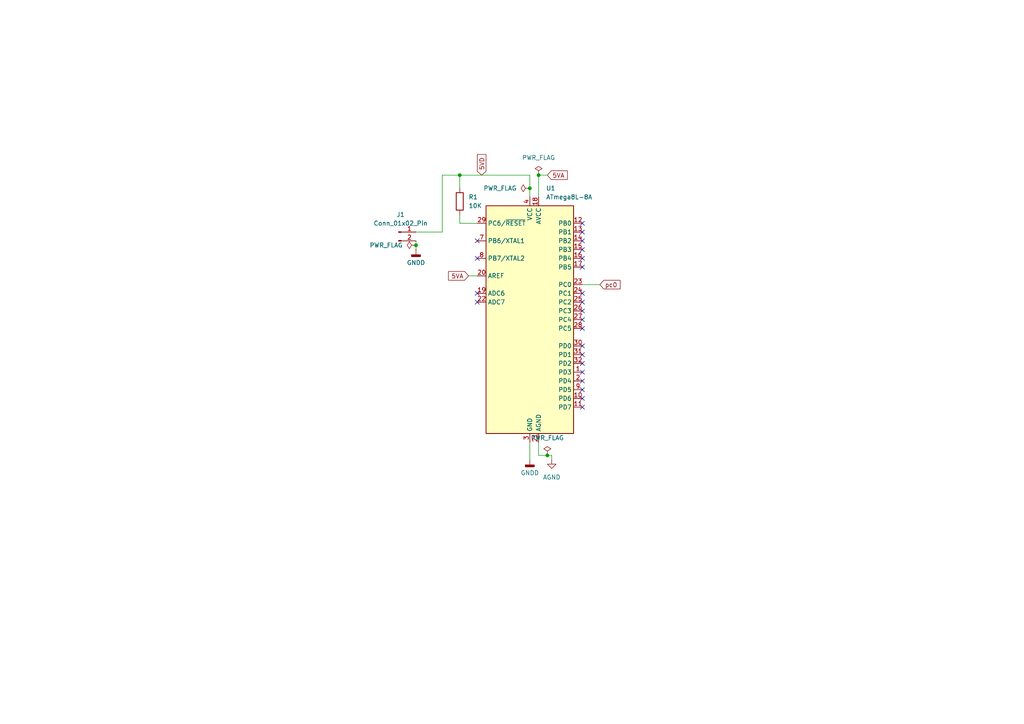
<source format=kicad_sch>
(kicad_sch (version 20250114) (generator "eeschema") (generator_version "9.0")
  (paper "A4")
  (lib_symbols
    (symbol "Connector:Conn_01x02_Pin" (pin_names (offset 1.016) (hide yes))
      (property "Reference" "J" (at 0 2.54 0))
      (property "Value" "Conn_01x02_Pin" (at 0 -5.08 0))
      (symbol "Conn_01x02_Pin_1_1"
        (rectangle (start 0.8636 0.127) (end 0 -0.127) (stroke (width 0.1524)) (fill (type outline)))
        (rectangle (start 0.8636 -2.413) (end 0 -2.667) (stroke (width 0.1524)) (fill (type outline)))
        (polyline (pts (xy 1.27 0) (xy 0.8636 0)) (stroke (width 0.1524)))
        (polyline (pts (xy 1.27 -2.54) (xy 0.8636 -2.54)) (stroke (width 0.1524)))
        (pin passive line (at 5.08 0 180) (length 3.81) (name "Pin_1") (number "1"))
        (pin passive line (at 5.08 -2.54 180) (length 3.81) (name "Pin_2") (number "2"))
      )
    )
    (symbol "Device:R" (pin_numbers (hide yes)) (pin_names (offset 0))
      (property "Reference" "R" (at 2.032 0 90))
      (property "Value" "R" (at 0 0 90))
      (symbol "R_0_1"
        (rectangle (start -1.016 -2.54) (end 1.016 2.54) (stroke (width 0.254)))
      )
      (symbol "R_1_1"
        (pin passive line (at 0 3.81 270) (length 1.27) (name "~") (number "1"))
        (pin passive line (at 0 -3.81 90) (length 1.27) (name "~") (number "2"))
      )
    )
    (symbol "MCU_Microchip_ATmega:ATmega8L-8A"
      (property "Reference" "U" (at -12.7 34.29 0))
      (property "Value" "ATmega8L-8A" (at 5.08 -34.29 0))
      (symbol "ATmega8L-8A_0_1"
        (rectangle (start -12.7 -33.02) (end 12.7 33.02) (stroke (width 0.254)) (fill (type background)))
      )
      (symbol "ATmega8L-8A_1_1"
        (pin bidirectional line (at -15.24 27.94 0) (length 2.54) (name "PC6/~{RESET}") (number "29"))
        (pin bidirectional line (at -15.24 22.86 0) (length 2.54) (name "PB6/XTAL1") (number "7"))
        (pin bidirectional line (at -15.24 17.78 0) (length 2.54) (name "PB7/XTAL2") (number "8"))
        (pin passive line (at -15.24 12.7 0) (length 2.54) (name "AREF") (number "20"))
        (pin input line (at -15.24 7.62 0) (length 2.54) (name "ADC6") (number "19"))
        (pin input line (at -15.24 5.08 0) (length 2.54) (name "ADC7") (number "22"))
        (pin power_in line (at 0 35.56 270) (length 2.54) (name "VCC") (number "4"))
        (pin passive line (at 0 35.56 270) (length 2.54) (hide yes) (name "VCC") (number "6"))
        (pin power_in line (at 0 -35.56 90) (length 2.54) (name "GND") (number "3"))
        (pin passive line (at 0 -35.56 90) (length 2.54) (hide yes) (name "GND") (number "5"))
        (pin power_in line (at 2.54 35.56 270) (length 2.54) (name "AVCC") (number "18"))
        (pin power_in line (at 2.54 -35.56 90) (length 2.54) (name "AGND") (number "21"))
        (pin bidirectional line (at 15.24 27.94 180) (length 2.54) (name "PB0") (number "12"))
        (pin bidirectional line (at 15.24 25.4 180) (length 2.54) (name "PB1") (number "13"))
        (pin bidirectional line (at 15.24 22.86 180) (length 2.54) (name "PB2") (number "14"))
        (pin bidirectional line (at 15.24 20.32 180) (length 2.54) (name "PB3") (number "15"))
        (pin bidirectional line (at 15.24 17.78 180) (length 2.54) (name "PB4") (number "16"))
        (pin bidirectional line (at 15.24 15.24 180) (length 2.54) (name "PB5") (number "17"))
        (pin bidirectional line (at 15.24 10.16 180) (length 2.54) (name "PC0") (number "23"))
        (pin bidirectional line (at 15.24 7.62 180) (length 2.54) (name "PC1") (number "24"))
        (pin bidirectional line (at 15.24 5.08 180) (length 2.54) (name "PC2") (number "25"))
        (pin bidirectional line (at 15.24 2.54 180) (length 2.54) (name "PC3") (number "26"))
        (pin bidirectional line (at 15.24 0 180) (length 2.54) (name "PC4") (number "27"))
        (pin bidirectional line (at 15.24 -2.54 180) (length 2.54) (name "PC5") (number "28"))
        (pin bidirectional line (at 15.24 -7.62 180) (length 2.54) (name "PD0") (number "30"))
        (pin bidirectional line (at 15.24 -10.16 180) (length 2.54) (name "PD1") (number "31"))
        (pin bidirectional line (at 15.24 -12.7 180) (length 2.54) (name "PD2") (number "32"))
        (pin bidirectional line (at 15.24 -15.24 180) (length 2.54) (name "PD3") (number "1"))
        (pin bidirectional line (at 15.24 -17.78 180) (length 2.54) (name "PD4") (number "2"))
        (pin bidirectional line (at 15.24 -20.32 180) (length 2.54) (name "PD5") (number "9"))
        (pin bidirectional line (at 15.24 -22.86 180) (length 2.54) (name "PD6") (number "10"))
        (pin bidirectional line (at 15.24 -25.4 180) (length 2.54) (name "PD7") (number "11"))
      )
    )
    (symbol "power:GND" (power) (pin_numbers (hide yes)) (pin_names (offset 0) (hide yes))
      (property "Value" "GND" (at 0 -3.81 0))
      (symbol "GND_0_1"
        (polyline (pts (xy 0 0) (xy 0 -1.27) (xy 1.27 -1.27) (xy 0 -2.54) (xy -1.27 -1.27) (xy 0 -1.27)))
      )
      (symbol "GND_1_1"
        (pin power_in line (at 0 0 270) (length 0) (name "~") (number "1"))
      )
    )
    (symbol "power:GNDD" (power) (pin_numbers (hide yes)) (pin_names (offset 0) (hide yes))
      (property "Value" "GNDD" (at 0 -3.175 0))
      (symbol "GNDD_0_1"
        (rectangle (start -1.27 -1.524) (end 1.27 -2.032) (stroke (width 0.254)) (fill (type outline)))
        (polyline (pts (xy 0 0) (xy 0 -1.524)))
      )
      (symbol "GNDD_1_1"
        (pin power_in line (at 0 0 270) (length 0) (name "~") (number "1"))
      )
    )
    (symbol "power:PWR_FLAG" (power) (pin_numbers (hide yes)) (pin_names (offset 0) (hide yes))
      (property "Value" "PWR_FLAG" (at 0 3.81 0))
      (symbol "PWR_FLAG_0_0"
        (pin power_out line (at 0 0 90) (length 0) (name "~") (number "1"))
      )
      (symbol "PWR_FLAG_0_1"
        (polyline (pts (xy 0 0) (xy 0 1.27) (xy -1.016 1.905) (xy 0 2.54) (xy 1.016 1.905) (xy 0 1.27)))
      )
    )
  )
  (junction (at 158.75 132.08))
  (junction (at 133.35 50.8))
  (junction (at 153.67 54.61))
  (junction (at 120.65 71.12))
  (junction (at 156.21 50.8))
  (no_connect (at 138.43 85.09))
  (no_connect (at 168.91 90.17))
  (no_connect (at 168.91 64.77))
  (no_connect (at 168.91 113.03))
  (no_connect (at 168.91 115.57))
  (no_connect (at 168.91 72.39))
  (no_connect (at 168.91 69.85))
  (no_connect (at 168.91 107.95))
  (no_connect (at 168.91 67.31))
  (no_connect (at 168.91 95.25))
  (no_connect (at 168.91 77.47))
  (no_connect (at 168.91 100.33))
  (no_connect (at 138.43 87.63))
  (no_connect (at 168.91 85.09))
  (no_connect (at 168.91 102.87))
  (no_connect (at 168.91 74.93))
  (no_connect (at 168.91 118.11))
  (no_connect (at 168.91 87.63))
  (no_connect (at 138.43 69.85))
  (no_connect (at 168.91 92.71))
  (no_connect (at 168.91 105.41))
  (no_connect (at 138.43 74.93))
  (no_connect (at 168.91 110.49))
  (wire (pts (xy 156.21 50.8) (xy 156.21 57.15)))
  (wire (pts (xy 135.89 80.01) (xy 138.43 80.01)))
  (wire (pts (xy 133.35 50.8) (xy 153.67 50.8)))
  (wire (pts (xy 120.65 67.31) (xy 128.27 67.31)))
  (wire (pts (xy 128.27 67.31) (xy 128.27 50.8)))
  (wire (pts (xy 160.02 132.08) (xy 160.02 133.35)))
  (wire (pts (xy 153.67 128.27) (xy 153.67 133.35)))
  (wire (pts (xy 153.67 50.8) (xy 153.67 54.61)))
  (wire (pts (xy 133.35 50.8) (xy 133.35 54.61)))
  (wire (pts (xy 168.91 82.55) (xy 173.99 82.55)))
  (wire (pts (xy 128.27 50.8) (xy 133.35 50.8)))
  (wire (pts (xy 133.35 62.23) (xy 133.35 64.77)))
  (wire (pts (xy 158.75 132.08) (xy 156.21 132.08)))
  (wire (pts (xy 133.35 64.77) (xy 138.43 64.77)))
  (wire (pts (xy 153.67 54.61) (xy 153.67 57.15)))
  (wire (pts (xy 156.21 132.08) (xy 156.21 128.27)))
  (wire (pts (xy 120.65 71.12) (xy 120.65 72.39)))
  (wire (pts (xy 120.65 69.85) (xy 120.65 71.12)))
  (wire (pts (xy 158.75 50.8) (xy 156.21 50.8)))
  (wire (pts (xy 160.02 132.08) (xy 158.75 132.08)))
  (global_label "pc0" (shape input) (at 173.99 82.55 0) (property "Intersheetrefs" "${INTERSHEET_REFS}" (effects (hide yes))))
  (global_label "5VA" (shape input) (at 158.75 50.8 0) (property "Intersheetrefs" "${INTERSHEET_REFS}" (effects (hide yes))))
  (global_label "5VA" (shape input) (at 135.89 80.01 180) (property "Intersheetrefs" "${INTERSHEET_REFS}" (effects (hide yes))))
  (global_label "5VD" (shape input) (at 139.7 50.8 90) (property "Intersheetrefs" "${INTERSHEET_REFS}" (effects (hide yes))))
  (symbol (lib_id "MCU_Microchip_ATmega:ATmega8L-8A") (at 153.67 92.71 0) (unit 1)
    (property "Reference" "U1" (at 158.3533 54.61 0) (effects (justify left)))
    (property "Value" "ATmega8L-8A" (at 158.3533 57.15 0) (effects (justify left)))
    (property "Footprint" "Package_QFP:TQFP-32_7x7mm_P0.8mm" (effects (hide yes)))
    (property "Datasheet" "http://ww1.microchip.com/downloads/en/DeviceDoc/atmel-2486-8-bit-avr-microcontroller-atmega8_l_datasheet.pdf" (effects (hide yes)))
    (property "Description" "8MHz, 8kB Flash, 1kB SRAM, 512B EEPROM, TQFP-32" (effects (hide yes)))
  )
  (symbol (lib_id "power:GNDD") (at 153.67 133.35 0) (unit 1)
    (property "Reference" "#PWR03" (effects (hide yes)))
    (property "Value" "GNDD" (at 153.67 137.16 0))
    (property "Description" "Power symbol creates a global label with name \"GNDD\" , digital ground" (effects (hide yes)))
  )
  (symbol (lib_id "power:PWR_FLAG") (at 153.67 54.61 90) (unit 1)
    (property "Reference" "#FLG04" (effects (hide yes)))
    (property "Value" "PWR_FLAG" (at 149.86 54.6099 90) (effects (justify left)))
    (property "Description" "Special symbol for telling ERC where power comes from" (effects (hide yes)))
  )
  (symbol (lib_id "power:PWR_FLAG") (at 120.65 71.12 90) (unit 1)
    (property "Reference" "#FLG03" (effects (hide yes)))
    (property "Value" "PWR_FLAG" (at 116.84 71.1199 90) (effects (justify left)))
    (property "Description" "Special symbol for telling ERC where power comes from" (effects (hide yes)))
  )
  (symbol (lib_id "power:PWR_FLAG") (at 156.21 50.8 0) (unit 1)
    (property "Reference" "#FLG01" (effects (hide yes)))
    (property "Value" "PWR_FLAG" (at 156.21 45.72 0))
    (property "Description" "Special symbol for telling ERC where power comes from" (effects (hide yes)))
  )
  (symbol (lib_id "power:GND") (at 160.02 133.35 0) (unit 1)
    (property "Reference" "#PWR02" (effects (hide yes)))
    (property "Value" "AGND" (at 160.02 138.43 0))
    (property "Description" "Power symbol creates a global label with name \"GND\" , ground" (effects (hide yes)))
  )
  (symbol (lib_id "Device:R") (at 133.35 58.42 0) (unit 1)
    (property "Reference" "R1" (at 135.89 57.1499 0) (effects (justify left)))
    (property "Value" "10K" (at 135.89 59.6899 0) (effects (justify left)))
    (property "Footprint" "Resistor_SMD:R_0603_1608Metric" (effects (hide yes)))
    (property "Description" "Resistor" (effects (hide yes)))
  )
  (symbol (lib_id "power:PWR_FLAG") (at 158.75 132.08 0) (unit 1)
    (property "Reference" "#FLG02" (effects (hide yes)))
    (property "Value" "PWR_FLAG" (at 158.75 127 0))
    (property "Description" "Special symbol for telling ERC where power comes from" (effects (hide yes)))
  )
  (symbol (lib_id "Connector:Conn_01x02_Pin") (at 115.57 67.31 0) (unit 1)
    (property "Reference" "J1" (at 116.205 62.23 0))
    (property "Value" "Conn_01x02_Pin" (at 116.205 64.77 0))
    (property "Footprint" "Connector_PinHeader_2.54mm:PinHeader_1x02_P2.54mm_Vertical" (effects (hide yes)))
    (property "Description" "Generic connector, single row, 01x02, script generated" (effects (hide yes)))
  )
  (symbol (lib_id "power:GNDD") (at 120.65 72.39 0) (unit 1)
    (property "Reference" "#PWR01" (effects (hide yes)))
    (property "Value" "GNDD" (at 120.65 76.2 0))
    (property "Description" "Power symbol creates a global label with name \"GNDD\" , digital ground" (effects (hide yes)))
  )
)
</source>
